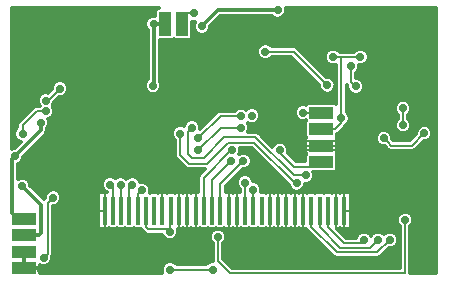
<source format=gbl>
G04 #@! TF.FileFunction,Copper,L2,Bot,Signal*
%FSLAX46Y46*%
G04 Gerber Fmt 4.6, Leading zero omitted, Abs format (unit mm)*
G04 Created by KiCad (PCBNEW (2016-04-26 BZR 6712, Git b92ad6f)-product) date 03/05/2016 22:11:21*
%MOMM*%
%LPD*%
G01*
G04 APERTURE LIST*
%ADD10C,0.100000*%
%ADD11R,2.000000X1.000000*%
%ADD12R,1.000000X2.000000*%
%ADD13R,0.400000X2.400000*%
%ADD14C,0.700000*%
%ADD15C,0.200000*%
%ADD16C,0.300000*%
G04 APERTURE END LIST*
D10*
D11*
X175500000Y-101700000D03*
X175500000Y-100300000D03*
X175500000Y-98900000D03*
X175500000Y-103100000D03*
D12*
X187500000Y-82400000D03*
X188900000Y-82400000D03*
D13*
X182350000Y-98200000D03*
X183050000Y-98200000D03*
X183750000Y-98200000D03*
X184450000Y-98200000D03*
X185150000Y-98200000D03*
X185850000Y-98200000D03*
X186550000Y-98200000D03*
X187250000Y-98200000D03*
X187950000Y-98200000D03*
X188650000Y-98200000D03*
X189350000Y-98200000D03*
X190050000Y-98200000D03*
X190750000Y-98200000D03*
X191450000Y-98200000D03*
X192150000Y-98200000D03*
X192850000Y-98200000D03*
X193550000Y-98200000D03*
X194250000Y-98200000D03*
X194950000Y-98200000D03*
X195650000Y-98200000D03*
X196350000Y-98200000D03*
X197050000Y-98200000D03*
X197750000Y-98200000D03*
X198450000Y-98200000D03*
X199150000Y-98200000D03*
X199850000Y-98200000D03*
X200550000Y-98200000D03*
X201250000Y-98200000D03*
X201950000Y-98200000D03*
X202650000Y-98200000D03*
D11*
X200700000Y-94100000D03*
X200700000Y-89916000D03*
X200700000Y-92700000D03*
X200700000Y-91300000D03*
D14*
X208525000Y-103100000D03*
X204875000Y-102625000D03*
X201475000Y-102525002D03*
X176475000Y-96200000D03*
X207650000Y-95125001D03*
X206900000Y-91799996D03*
X198050002Y-81250000D03*
X196052232Y-81996020D03*
X201200000Y-96400002D03*
X177000000Y-103200000D03*
X204900000Y-81400000D03*
X204599996Y-88900000D03*
X207850000Y-88400000D03*
X174800000Y-88000000D03*
X189500000Y-101200000D03*
X195900000Y-101600000D03*
X201700000Y-86400000D03*
X197200000Y-85900000D03*
X193200000Y-96500000D03*
X176800000Y-81400000D03*
X208200000Y-81400000D03*
X203900000Y-91100000D03*
X197000000Y-95600000D03*
X198200000Y-89900000D03*
X199400000Y-101300004D03*
X203300000Y-100300000D03*
X189900000Y-81500000D03*
X190600000Y-82600000D03*
X174750000Y-93625000D03*
X186436000Y-87630000D03*
X176950663Y-90750663D03*
X197000000Y-81250000D03*
X186500000Y-82400000D03*
X195950000Y-84750000D03*
X201200000Y-87600000D03*
X199390000Y-95224990D03*
X189738000Y-91186000D03*
X198625000Y-95900000D03*
X178562000Y-87884000D03*
X177400000Y-88900000D03*
X188722000Y-91694000D03*
X191500000Y-103199998D03*
X187900000Y-103200000D03*
X187900000Y-100000000D03*
X202400000Y-90400000D03*
X204000000Y-85200000D03*
X201700000Y-85200000D03*
X190300000Y-92100000D03*
X193900000Y-90200000D03*
X203600000Y-87700000D03*
X203200000Y-86000000D03*
X183700000Y-96000000D03*
X182800000Y-96000000D03*
X185491958Y-96473194D03*
X184700000Y-96000000D03*
X206500000Y-100700000D03*
X205500000Y-100700000D03*
X204300000Y-100699998D03*
X193130627Y-93106010D03*
X193089704Y-94005091D03*
X194108947Y-94008947D03*
X194237042Y-95847494D03*
X194928222Y-96423926D03*
X207621789Y-90981563D03*
X207621780Y-89546025D03*
X205981140Y-92084741D03*
X209429152Y-91650002D03*
X199136000Y-89916000D03*
X197200000Y-93100000D03*
X194818000Y-90170000D03*
X177400000Y-89800000D03*
X175400000Y-91700000D03*
X178000000Y-97100000D03*
X177200000Y-102200000D03*
X190300000Y-93100000D03*
X193900000Y-91200000D03*
X207800000Y-99000000D03*
X191950000Y-100450000D03*
X175375002Y-96125000D03*
D15*
X203300000Y-100300000D02*
X203649999Y-99950001D01*
X207650000Y-94850000D02*
X207650000Y-95125001D01*
X203900000Y-91100000D02*
X207650000Y-94850000D01*
X206550001Y-91449997D02*
X206900000Y-91799996D01*
X205994982Y-90894978D02*
X206550001Y-91449997D01*
X204599996Y-90894978D02*
X205994982Y-90894978D01*
X200600000Y-81400000D02*
X200450000Y-81250000D01*
X200450000Y-81250000D02*
X198544976Y-81250000D01*
X196402231Y-82346019D02*
X197448957Y-82346019D01*
X196052232Y-81996020D02*
X196402231Y-82346019D01*
X197448957Y-82346019D02*
X198050002Y-81744974D01*
X198050002Y-81744974D02*
X198050002Y-81250000D01*
X198544976Y-81250000D02*
X198050002Y-81250000D01*
X195702233Y-82346019D02*
X196052232Y-81996020D01*
X194900000Y-83148252D02*
X195702233Y-82346019D01*
X195600000Y-85900000D02*
X194900000Y-85200000D01*
X194900000Y-85200000D02*
X194900000Y-83148252D01*
X197200000Y-85900000D02*
X195600000Y-85900000D01*
X188650000Y-98200000D02*
X188650000Y-99750000D01*
X187250000Y-96650000D02*
X188700000Y-96650000D01*
X188700000Y-96650000D02*
X189350000Y-96650000D01*
X188650000Y-98200000D02*
X188650000Y-96700000D01*
X188650000Y-96700000D02*
X188700000Y-96650000D01*
X187250000Y-98200000D02*
X187250000Y-96650000D01*
X197200000Y-85900000D02*
X197694974Y-85900000D01*
X197694974Y-85900000D02*
X198200000Y-86405026D01*
X198200000Y-86405026D02*
X198200000Y-89405026D01*
X198200000Y-89405026D02*
X198200000Y-89900000D01*
X200600000Y-81400000D02*
X204900000Y-81400000D01*
X200600000Y-85794974D02*
X200600000Y-81400000D01*
X204900000Y-81400000D02*
X208200000Y-81400000D01*
X201700000Y-86400000D02*
X201205026Y-86400000D01*
X201205026Y-86400000D02*
X200600000Y-85794974D01*
X202300000Y-93100000D02*
X202650000Y-93450000D01*
X202650000Y-93450000D02*
X202650000Y-96650000D01*
X204599996Y-88900000D02*
X207550000Y-88900000D01*
X207550000Y-88900000D02*
X207850000Y-88600000D01*
X203900000Y-91100000D02*
X204394974Y-91100000D01*
X204599996Y-89394974D02*
X204599996Y-88900000D01*
X204394974Y-91100000D02*
X204599996Y-90894978D01*
X204599996Y-90894978D02*
X204599996Y-89394974D01*
X200700000Y-92700000D02*
X201100000Y-92300000D01*
X201100000Y-92300000D02*
X202700000Y-92300000D01*
X202700000Y-92300000D02*
X203900000Y-91100000D01*
X198200000Y-89900000D02*
X198200000Y-92000000D01*
X198200000Y-92000000D02*
X198500000Y-92300000D01*
X198500000Y-92300000D02*
X200300000Y-92300000D01*
X200300000Y-92300000D02*
X200700000Y-92700000D01*
X202600000Y-99800000D02*
X202800000Y-99800000D01*
X202800000Y-99800000D02*
X203300000Y-100300000D01*
X201950000Y-98200000D02*
X201950000Y-99600000D01*
X201950000Y-99600000D02*
X202150000Y-99800000D01*
X202600000Y-99800000D02*
X202650000Y-99750000D01*
X202150000Y-99800000D02*
X202600000Y-99800000D01*
X202650000Y-99750000D02*
X202650000Y-98200000D01*
X174800000Y-88000000D02*
X176300000Y-86500000D01*
X176300000Y-86500000D02*
X179200000Y-86500000D01*
X179200000Y-86500000D02*
X182149999Y-89449999D01*
X182350000Y-96650000D02*
X182350000Y-98200000D01*
X182149999Y-89449999D02*
X182149999Y-96449999D01*
X182149999Y-96449999D02*
X182350000Y-96650000D01*
X176800000Y-81400000D02*
X174800000Y-83400000D01*
X174800000Y-83400000D02*
X174800000Y-88000000D01*
X195500000Y-101200000D02*
X195900000Y-101600000D01*
X189350000Y-96650000D02*
X190050000Y-96650000D01*
X201200000Y-93100000D02*
X202300000Y-93100000D01*
X200700000Y-92700000D02*
X200800000Y-92700000D01*
X200800000Y-92700000D02*
X201200000Y-93100000D01*
X200300000Y-93100000D02*
X199200000Y-93100000D01*
X200700000Y-92700000D02*
X200300000Y-93100000D01*
X199500000Y-92700000D02*
X199200000Y-92700000D01*
X200700000Y-92700000D02*
X199500000Y-92700000D01*
X200700000Y-92700000D02*
X202300000Y-92700000D01*
X199399998Y-96400002D02*
X201200000Y-96400002D01*
X199150000Y-96650000D02*
X199399998Y-96400002D01*
X201700002Y-96400002D02*
X201200000Y-96400002D01*
X201950000Y-96650000D02*
X201700002Y-96400002D01*
D16*
X177000000Y-103100000D02*
X177000000Y-103200000D01*
X175500000Y-103100000D02*
X177000000Y-103100000D01*
X175500000Y-101700000D02*
X175500000Y-103100000D01*
D15*
X189350000Y-99750000D02*
X188650000Y-99750000D01*
X190050000Y-99750000D02*
X189350000Y-99750000D01*
X189350000Y-99750000D02*
X189500000Y-99900000D01*
X189500000Y-99900000D02*
X189500000Y-101200000D01*
X192850000Y-99750000D02*
X193550000Y-99750000D01*
X193550000Y-99750000D02*
X194050000Y-99750000D01*
X194050000Y-99750000D02*
X195900000Y-101600000D01*
X196350000Y-99750000D02*
X196350000Y-101150000D01*
X196350000Y-101150000D02*
X195900000Y-101600000D01*
X197050000Y-99750000D02*
X196350000Y-99750000D01*
X197750000Y-99750000D02*
X197050000Y-99750000D01*
X198450000Y-99750000D02*
X197750000Y-99750000D01*
X198450000Y-99750000D02*
X199150000Y-99750000D01*
X199150000Y-99750000D02*
X199400000Y-100000000D01*
X199400000Y-100000000D02*
X199400000Y-101300004D01*
X202650000Y-96650000D02*
X201950000Y-96650000D01*
X198450000Y-96650000D02*
X199150000Y-96650000D01*
X197750000Y-96650000D02*
X198450000Y-96650000D01*
X197050000Y-96650000D02*
X197750000Y-96650000D01*
X196350000Y-96650000D02*
X197050000Y-96650000D01*
X193550000Y-96650000D02*
X193350000Y-96650000D01*
X193350000Y-96650000D02*
X193200000Y-96500000D01*
X193200000Y-96500000D02*
X193050000Y-96650000D01*
X193050000Y-96650000D02*
X192850000Y-96650000D01*
X202650000Y-98200000D02*
X202650000Y-96650000D01*
X201950000Y-98200000D02*
X201950000Y-96650000D01*
X203050000Y-98200000D02*
X203300000Y-98200000D01*
X202650000Y-98200000D02*
X203050000Y-98200000D01*
X196350000Y-98200000D02*
X196350000Y-99750000D01*
X197050000Y-98200000D02*
X197050000Y-99750000D01*
X197750000Y-99750000D02*
X197800000Y-99800000D01*
X197750000Y-98200000D02*
X197750000Y-99750000D01*
X198450000Y-98200000D02*
X198450000Y-99750000D01*
X199150000Y-98200000D02*
X199150000Y-99750000D01*
X199150000Y-98200000D02*
X199150000Y-96650000D01*
X198450000Y-98200000D02*
X198450000Y-96650000D01*
X197750000Y-96650000D02*
X197800000Y-96600000D01*
X197750000Y-98200000D02*
X197750000Y-96650000D01*
X197050000Y-98200000D02*
X197050000Y-96650000D01*
X196350000Y-98200000D02*
X196350000Y-96650000D01*
X193550000Y-98200000D02*
X193550000Y-96650000D01*
X192850000Y-98200000D02*
X192850000Y-96650000D01*
X193550000Y-98200000D02*
X193550000Y-99750000D01*
X192850000Y-98200000D02*
X192850000Y-99750000D01*
X182350000Y-98200000D02*
X182350000Y-99750000D01*
X190050000Y-98200000D02*
X190050000Y-99750000D01*
X189350000Y-98200000D02*
X189350000Y-99750000D01*
X190050000Y-98200000D02*
X190050000Y-96650000D01*
X189350000Y-98200000D02*
X189350000Y-96650000D01*
X181950000Y-98200000D02*
X181400000Y-98200000D01*
X182350000Y-98200000D02*
X181950000Y-98200000D01*
X189300000Y-81500000D02*
X189900000Y-81500000D01*
X188900000Y-82400000D02*
X188900000Y-81900000D01*
X188900000Y-81900000D02*
X189300000Y-81500000D01*
D16*
X190949999Y-82250001D02*
X190600000Y-82600000D01*
X197000000Y-81250000D02*
X191950000Y-81250000D01*
X191950000Y-81250000D02*
X190949999Y-82250001D01*
X175500000Y-98900000D02*
X175000000Y-98900000D01*
X175000000Y-98900000D02*
X174550000Y-98450000D01*
X174550000Y-98450000D02*
X174550000Y-93825000D01*
X174550000Y-93825000D02*
X174750000Y-93625000D01*
X174750000Y-93625000D02*
X176950663Y-91424337D01*
X176950663Y-91424337D02*
X176950663Y-90750663D01*
X186500000Y-87566000D02*
X186436000Y-87630000D01*
X186500000Y-82400000D02*
X186500000Y-87566000D01*
X187500000Y-82400000D02*
X186500000Y-82400000D01*
D15*
X201200000Y-87600000D02*
X198350000Y-84750000D01*
X198350000Y-84750000D02*
X196444974Y-84750000D01*
X196444974Y-84750000D02*
X195950000Y-84750000D01*
X189388001Y-91535999D02*
X189388001Y-93376001D01*
X198348990Y-95224990D02*
X198895026Y-95224990D01*
X189388001Y-93376001D02*
X189762001Y-93750001D01*
X192493999Y-91986001D02*
X195110001Y-91986001D01*
X195110001Y-91986001D02*
X198348990Y-95224990D01*
X189762001Y-93750001D02*
X190729999Y-93750001D01*
X189738000Y-91186000D02*
X189388001Y-91535999D01*
X190729999Y-93750001D02*
X192493999Y-91986001D01*
X198895026Y-95224990D02*
X199390000Y-95224990D01*
X195006000Y-92456000D02*
X198450000Y-95900000D01*
X191008000Y-94234000D02*
X192786000Y-92456000D01*
X188722000Y-93472000D02*
X189484000Y-94234000D01*
X188722000Y-91694000D02*
X188722000Y-93472000D01*
X198450000Y-95900000D02*
X198625000Y-95900000D01*
X192786000Y-92456000D02*
X195006000Y-92456000D01*
X189484000Y-94234000D02*
X191008000Y-94234000D01*
X177400000Y-88900000D02*
X177546000Y-88900000D01*
X177546000Y-88900000D02*
X178562000Y-87884000D01*
X191499998Y-103200000D02*
X191500000Y-103199998D01*
X187900000Y-103200000D02*
X191499998Y-103200000D01*
X185850000Y-98200000D02*
X185850000Y-99600000D01*
X185850000Y-99600000D02*
X186050000Y-99800000D01*
X186050000Y-99800000D02*
X187700000Y-99800000D01*
X187700000Y-99800000D02*
X187900000Y-100000000D01*
X187900000Y-100000000D02*
X187900000Y-98250000D01*
X187900000Y-98250000D02*
X187950000Y-98200000D01*
X200700000Y-91300000D02*
X201900000Y-91300000D01*
X201900000Y-91300000D02*
X202400000Y-90800000D01*
X202400000Y-90800000D02*
X202400000Y-90400000D01*
X202400000Y-85200000D02*
X204000000Y-85200000D01*
X201700000Y-85200000D02*
X202400000Y-85200000D01*
X202400000Y-85200000D02*
X202400000Y-90400000D01*
X193900000Y-90200000D02*
X192200000Y-90200000D01*
X192200000Y-90200000D02*
X190300000Y-92100000D01*
X203200000Y-86000000D02*
X203200000Y-87300000D01*
X203200000Y-87300000D02*
X203600000Y-87700000D01*
X183750000Y-98200000D02*
X183750000Y-96050000D01*
X183750000Y-96050000D02*
X183700000Y-96000000D01*
X183050000Y-98200000D02*
X183050000Y-96250000D01*
X183050000Y-96250000D02*
X182800000Y-96000000D01*
X185150000Y-98200000D02*
X185150000Y-96815152D01*
X185150000Y-96815152D02*
X185491958Y-96473194D01*
X184450000Y-98200000D02*
X184450000Y-96250000D01*
X184450000Y-96250000D02*
X184700000Y-96000000D01*
X206500000Y-100700000D02*
X205449979Y-101750021D01*
X205449979Y-101750021D02*
X202000021Y-101750021D01*
X202000021Y-101750021D02*
X199850000Y-99600000D01*
X199850000Y-99600000D02*
X199850000Y-98200000D01*
X205500000Y-100700000D02*
X204849989Y-101350011D01*
X202300011Y-101350011D02*
X200550000Y-99600000D01*
X204849989Y-101350011D02*
X202300011Y-101350011D01*
X200550000Y-99600000D02*
X200550000Y-98200000D01*
X204049997Y-100950001D02*
X204300000Y-100699998D01*
X202600001Y-100950001D02*
X204049997Y-100950001D01*
X201250000Y-99600000D02*
X202600001Y-100950001D01*
X201250000Y-98200000D02*
X201250000Y-99600000D01*
X193055244Y-93106010D02*
X193130627Y-93106010D01*
X190750000Y-98200000D02*
X190750000Y-95411254D01*
X190750000Y-95411254D02*
X193055244Y-93106010D01*
X191450000Y-95644795D02*
X192739705Y-94355090D01*
X191450000Y-98200000D02*
X191450000Y-95644795D01*
X192739705Y-94355090D02*
X193089704Y-94005091D01*
X193758948Y-94358946D02*
X194108947Y-94008947D01*
X192150000Y-98200000D02*
X192150000Y-95967894D01*
X192150000Y-95967894D02*
X193758948Y-94358946D01*
X194250000Y-98200000D02*
X194250000Y-95860452D01*
X194250000Y-95860452D02*
X194237042Y-95847494D01*
X194950000Y-98200000D02*
X194950000Y-96445704D01*
X194950000Y-96445704D02*
X194928222Y-96423926D01*
X207621780Y-89546025D02*
X207621780Y-90981554D01*
X207621780Y-90981554D02*
X207621789Y-90981563D01*
X208379220Y-92699934D02*
X206596333Y-92699934D01*
X206596333Y-92699934D02*
X206331139Y-92434740D01*
X206331139Y-92434740D02*
X205981140Y-92084741D01*
X209429152Y-91650002D02*
X208379220Y-92699934D01*
X199136000Y-89916000D02*
X200700000Y-89916000D01*
X197200000Y-93100000D02*
X197200000Y-93300000D01*
X197200000Y-93300000D02*
X198400000Y-94500000D01*
X198400000Y-94500000D02*
X200300000Y-94500000D01*
X200300000Y-94500000D02*
X200700000Y-94100000D01*
X175400000Y-91700000D02*
X175400000Y-91000000D01*
X176600000Y-89800000D02*
X177400000Y-89800000D01*
X175400000Y-91000000D02*
X176600000Y-89800000D01*
X177550010Y-98100000D02*
X177550010Y-97549990D01*
X177550010Y-97549990D02*
X178000000Y-97100000D01*
X177550010Y-100527821D02*
X177550010Y-98100000D01*
X177200000Y-102200000D02*
X177550010Y-101849990D01*
X177550010Y-101849990D02*
X177550010Y-100527821D01*
X193900000Y-91200000D02*
X192200000Y-91200000D01*
X192200000Y-91200000D02*
X190300000Y-93100000D01*
X207799990Y-103500010D02*
X207800000Y-103500000D01*
X207800000Y-103500000D02*
X207800000Y-99000000D01*
X207174990Y-103500010D02*
X207799990Y-103500010D01*
X191950000Y-102500000D02*
X192950010Y-103500010D01*
X192950010Y-103500010D02*
X207174990Y-103500010D01*
X191950000Y-100450000D02*
X191950000Y-102500000D01*
D16*
X175725001Y-96474999D02*
X175375002Y-96125000D01*
X177000000Y-97749998D02*
X175725001Y-96474999D01*
X177000000Y-100100000D02*
X177000000Y-97749998D01*
X176800000Y-100300000D02*
X177000000Y-100100000D01*
X175500000Y-100300000D02*
X176800000Y-100300000D01*
G36*
X186863437Y-81070308D02*
X186747665Y-81147665D01*
X186670308Y-81263437D01*
X186643144Y-81400000D01*
X186643144Y-81701490D01*
X186639850Y-81700122D01*
X186361372Y-81699879D01*
X186104000Y-81806223D01*
X185906915Y-82002964D01*
X185800122Y-82260150D01*
X185799879Y-82538628D01*
X185906223Y-82796000D01*
X186000000Y-82889941D01*
X186000000Y-87076153D01*
X185842915Y-87232964D01*
X185736122Y-87490150D01*
X185735879Y-87768628D01*
X185842223Y-88026000D01*
X186038964Y-88223085D01*
X186296150Y-88329878D01*
X186574628Y-88330121D01*
X186832000Y-88223777D01*
X187029085Y-88027036D01*
X187135878Y-87769850D01*
X187136121Y-87491372D01*
X187029777Y-87234000D01*
X187000000Y-87204171D01*
X187000000Y-84888628D01*
X195249879Y-84888628D01*
X195356223Y-85146000D01*
X195552964Y-85343085D01*
X195810150Y-85449878D01*
X196088628Y-85450121D01*
X196346000Y-85343777D01*
X196490028Y-85200000D01*
X198163604Y-85200000D01*
X200500055Y-87536451D01*
X200499879Y-87738628D01*
X200606223Y-87996000D01*
X200802964Y-88193085D01*
X201060150Y-88299878D01*
X201338628Y-88300121D01*
X201596000Y-88193777D01*
X201793085Y-87997036D01*
X201899878Y-87739850D01*
X201900121Y-87461372D01*
X201793777Y-87204000D01*
X201597036Y-87006915D01*
X201339850Y-86900122D01*
X201136340Y-86899944D01*
X198668198Y-84431802D01*
X198522208Y-84334254D01*
X198350000Y-84300000D01*
X196489871Y-84300000D01*
X196347036Y-84156915D01*
X196089850Y-84050122D01*
X195811372Y-84049879D01*
X195554000Y-84156223D01*
X195356915Y-84352964D01*
X195250122Y-84610150D01*
X195249879Y-84888628D01*
X187000000Y-84888628D01*
X187000000Y-83756856D01*
X188000000Y-83756856D01*
X188136563Y-83729692D01*
X188200000Y-83687304D01*
X188263437Y-83729692D01*
X188400000Y-83756856D01*
X189400000Y-83756856D01*
X189536563Y-83729692D01*
X189652335Y-83652335D01*
X189729692Y-83536563D01*
X189756856Y-83400000D01*
X189756856Y-82198510D01*
X189760150Y-82199878D01*
X190009788Y-82200096D01*
X190006915Y-82202964D01*
X189900122Y-82460150D01*
X189899879Y-82738628D01*
X190006223Y-82996000D01*
X190202964Y-83193085D01*
X190460150Y-83299878D01*
X190738628Y-83300121D01*
X190996000Y-83193777D01*
X191193085Y-82997036D01*
X191299878Y-82739850D01*
X191299994Y-82607113D01*
X191303552Y-82603555D01*
X191303554Y-82603552D01*
X192157106Y-81750000D01*
X196510041Y-81750000D01*
X196602964Y-81843085D01*
X196860150Y-81949878D01*
X197138628Y-81950121D01*
X197396000Y-81843777D01*
X197593085Y-81647036D01*
X197699878Y-81389850D01*
X197700121Y-81111372D01*
X197674763Y-81050000D01*
X210450000Y-81050000D01*
X210450000Y-103450000D01*
X208250000Y-103450000D01*
X208250000Y-99539871D01*
X208393085Y-99397036D01*
X208499878Y-99139850D01*
X208500121Y-98861372D01*
X208393777Y-98604000D01*
X208197036Y-98406915D01*
X207939850Y-98300122D01*
X207661372Y-98299879D01*
X207404000Y-98406223D01*
X207206915Y-98602964D01*
X207100122Y-98860150D01*
X207099879Y-99138628D01*
X207206223Y-99396000D01*
X207350000Y-99540028D01*
X207350000Y-103050010D01*
X193136406Y-103050010D01*
X192400000Y-102313604D01*
X192400000Y-100989871D01*
X192543085Y-100847036D01*
X192649878Y-100589850D01*
X192650121Y-100311372D01*
X192543777Y-100054000D01*
X192347036Y-99856915D01*
X192106067Y-99756856D01*
X192350000Y-99756856D01*
X192486563Y-99729692D01*
X192500000Y-99720714D01*
X192513437Y-99729692D01*
X192650000Y-99756856D01*
X193050000Y-99756856D01*
X193186563Y-99729692D01*
X193200000Y-99720714D01*
X193213437Y-99729692D01*
X193350000Y-99756856D01*
X193750000Y-99756856D01*
X193886563Y-99729692D01*
X193900000Y-99720714D01*
X193913437Y-99729692D01*
X194050000Y-99756856D01*
X194450000Y-99756856D01*
X194586563Y-99729692D01*
X194600000Y-99720714D01*
X194613437Y-99729692D01*
X194750000Y-99756856D01*
X195150000Y-99756856D01*
X195286563Y-99729692D01*
X195300000Y-99720714D01*
X195313437Y-99729692D01*
X195450000Y-99756856D01*
X195850000Y-99756856D01*
X195986563Y-99729692D01*
X196000000Y-99720714D01*
X196013437Y-99729692D01*
X196150000Y-99756856D01*
X196550000Y-99756856D01*
X196686563Y-99729692D01*
X196700000Y-99720714D01*
X196713437Y-99729692D01*
X196850000Y-99756856D01*
X197250000Y-99756856D01*
X197386563Y-99729692D01*
X197400000Y-99720714D01*
X197413437Y-99729692D01*
X197550000Y-99756856D01*
X197950000Y-99756856D01*
X198086563Y-99729692D01*
X198100000Y-99720714D01*
X198113437Y-99729692D01*
X198250000Y-99756856D01*
X198650000Y-99756856D01*
X198786563Y-99729692D01*
X198800000Y-99720714D01*
X198813437Y-99729692D01*
X198950000Y-99756856D01*
X199350000Y-99756856D01*
X199428110Y-99741319D01*
X199434254Y-99772208D01*
X199493832Y-99861372D01*
X199531802Y-99918198D01*
X201681823Y-102068219D01*
X201827813Y-102165767D01*
X202000021Y-102200021D01*
X205449979Y-102200021D01*
X205622187Y-102165767D01*
X205768177Y-102068219D01*
X206436451Y-101399945D01*
X206638628Y-101400121D01*
X206896000Y-101293777D01*
X207093085Y-101097036D01*
X207199878Y-100839850D01*
X207200121Y-100561372D01*
X207093777Y-100304000D01*
X206897036Y-100106915D01*
X206639850Y-100000122D01*
X206361372Y-99999879D01*
X206104000Y-100106223D01*
X205999991Y-100210050D01*
X205897036Y-100106915D01*
X205639850Y-100000122D01*
X205361372Y-99999879D01*
X205104000Y-100106223D01*
X204906915Y-100302964D01*
X204900116Y-100319339D01*
X204893777Y-100303998D01*
X204697036Y-100106913D01*
X204439850Y-100000120D01*
X204161372Y-99999877D01*
X203904000Y-100106221D01*
X203706915Y-100302962D01*
X203625097Y-100500001D01*
X202786397Y-100500001D01*
X202043252Y-99756856D01*
X202150000Y-99756856D01*
X202286563Y-99729692D01*
X202300000Y-99720714D01*
X202313437Y-99729692D01*
X202450000Y-99756856D01*
X202850000Y-99756856D01*
X202986563Y-99729692D01*
X203102335Y-99652335D01*
X203179692Y-99536563D01*
X203206856Y-99400000D01*
X203206856Y-97000000D01*
X203179692Y-96863437D01*
X203102335Y-96747665D01*
X202986563Y-96670308D01*
X202850000Y-96643144D01*
X202450000Y-96643144D01*
X202313437Y-96670308D01*
X202300000Y-96679286D01*
X202286563Y-96670308D01*
X202150000Y-96643144D01*
X201750000Y-96643144D01*
X201613437Y-96670308D01*
X201600000Y-96679286D01*
X201586563Y-96670308D01*
X201450000Y-96643144D01*
X201050000Y-96643144D01*
X200913437Y-96670308D01*
X200900000Y-96679286D01*
X200886563Y-96670308D01*
X200750000Y-96643144D01*
X200350000Y-96643144D01*
X200213437Y-96670308D01*
X200200000Y-96679286D01*
X200186563Y-96670308D01*
X200050000Y-96643144D01*
X199650000Y-96643144D01*
X199513437Y-96670308D01*
X199500000Y-96679286D01*
X199486563Y-96670308D01*
X199350000Y-96643144D01*
X198950000Y-96643144D01*
X198813437Y-96670308D01*
X198800000Y-96679286D01*
X198786563Y-96670308D01*
X198650000Y-96643144D01*
X198250000Y-96643144D01*
X198113437Y-96670308D01*
X198100000Y-96679286D01*
X198086563Y-96670308D01*
X197950000Y-96643144D01*
X197550000Y-96643144D01*
X197413437Y-96670308D01*
X197400000Y-96679286D01*
X197386563Y-96670308D01*
X197250000Y-96643144D01*
X196850000Y-96643144D01*
X196713437Y-96670308D01*
X196700000Y-96679286D01*
X196686563Y-96670308D01*
X196550000Y-96643144D01*
X196150000Y-96643144D01*
X196013437Y-96670308D01*
X196000000Y-96679286D01*
X195986563Y-96670308D01*
X195850000Y-96643144D01*
X195595144Y-96643144D01*
X195628100Y-96563776D01*
X195628343Y-96285298D01*
X195521999Y-96027926D01*
X195325258Y-95830841D01*
X195068072Y-95724048D01*
X194937150Y-95723934D01*
X194937163Y-95708866D01*
X194830819Y-95451494D01*
X194634078Y-95254409D01*
X194376892Y-95147616D01*
X194098414Y-95147373D01*
X193841042Y-95253717D01*
X193643957Y-95450458D01*
X193537164Y-95707644D01*
X193536921Y-95986122D01*
X193643265Y-96243494D01*
X193800000Y-96400503D01*
X193800000Y-96653090D01*
X193750000Y-96643144D01*
X193350000Y-96643144D01*
X193213437Y-96670308D01*
X193200000Y-96679286D01*
X193186563Y-96670308D01*
X193050000Y-96643144D01*
X192650000Y-96643144D01*
X192600000Y-96653090D01*
X192600000Y-96154290D01*
X194045398Y-94708892D01*
X194247575Y-94709068D01*
X194504947Y-94602724D01*
X194702032Y-94405983D01*
X194808825Y-94148797D01*
X194809068Y-93870319D01*
X194702724Y-93612947D01*
X194505983Y-93415862D01*
X194248797Y-93309069D01*
X193970319Y-93308826D01*
X193769988Y-93391601D01*
X193830505Y-93245860D01*
X193830748Y-92967382D01*
X193805385Y-92906000D01*
X194819604Y-92906000D01*
X197924903Y-96011299D01*
X197924879Y-96038628D01*
X198031223Y-96296000D01*
X198227964Y-96493085D01*
X198485150Y-96599878D01*
X198763628Y-96600121D01*
X199021000Y-96493777D01*
X199218085Y-96297036D01*
X199324878Y-96039850D01*
X199324978Y-95924933D01*
X199528628Y-95925111D01*
X199786000Y-95818767D01*
X199983085Y-95622026D01*
X200089878Y-95364840D01*
X200090121Y-95086362D01*
X200036610Y-94956856D01*
X201700000Y-94956856D01*
X201836563Y-94929692D01*
X201952335Y-94852335D01*
X202029692Y-94736563D01*
X202056856Y-94600000D01*
X202056856Y-93600000D01*
X202029692Y-93463437D01*
X201987304Y-93400000D01*
X202029692Y-93336563D01*
X202056856Y-93200000D01*
X202056856Y-92219408D01*
X205301022Y-92219408D01*
X205404328Y-92469427D01*
X205595448Y-92660881D01*
X205845286Y-92764623D01*
X206053091Y-92764804D01*
X206292277Y-93003990D01*
X206431779Y-93097202D01*
X206596333Y-93129934D01*
X208379220Y-93129934D01*
X208543774Y-93097202D01*
X208683276Y-93003990D01*
X209357326Y-92329940D01*
X209563819Y-92330120D01*
X209813838Y-92226814D01*
X210005292Y-92035694D01*
X210109034Y-91785856D01*
X210109270Y-91515335D01*
X210005964Y-91265316D01*
X209814844Y-91073862D01*
X209565006Y-90970120D01*
X209294485Y-90969884D01*
X209044466Y-91073190D01*
X208853012Y-91264310D01*
X208749270Y-91514148D01*
X208749089Y-91721953D01*
X208201108Y-92269934D01*
X206774445Y-92269934D01*
X206661078Y-92156567D01*
X206661258Y-91950074D01*
X206557952Y-91700055D01*
X206366832Y-91508601D01*
X206116994Y-91404859D01*
X205846473Y-91404623D01*
X205596454Y-91507929D01*
X205405000Y-91699049D01*
X205301258Y-91948887D01*
X205301022Y-92219408D01*
X202056856Y-92219408D01*
X202056856Y-92200000D01*
X202029692Y-92063437D01*
X201987304Y-92000000D01*
X202029692Y-91936563D01*
X202056856Y-91800000D01*
X202056856Y-91718800D01*
X202072208Y-91715746D01*
X202218198Y-91618198D01*
X202718198Y-91118198D01*
X202739713Y-91085999D01*
X202812019Y-90977786D01*
X202993085Y-90797036D01*
X203099878Y-90539850D01*
X203100121Y-90261372D01*
X202993777Y-90004000D01*
X202850000Y-89859972D01*
X202850000Y-89680692D01*
X206941662Y-89680692D01*
X207044968Y-89930711D01*
X207191780Y-90077780D01*
X207191780Y-90449995D01*
X207045649Y-90595871D01*
X206941907Y-90845709D01*
X206941671Y-91116230D01*
X207044977Y-91366249D01*
X207236097Y-91557703D01*
X207485935Y-91661445D01*
X207756456Y-91661681D01*
X208006475Y-91558375D01*
X208197929Y-91367255D01*
X208301671Y-91117417D01*
X208301907Y-90846896D01*
X208198601Y-90596877D01*
X208051780Y-90449799D01*
X208051780Y-90077602D01*
X208197920Y-89931717D01*
X208301662Y-89681879D01*
X208301898Y-89411358D01*
X208198592Y-89161339D01*
X208007472Y-88969885D01*
X207757634Y-88866143D01*
X207487113Y-88865907D01*
X207237094Y-88969213D01*
X207045640Y-89160333D01*
X206941898Y-89410171D01*
X206941662Y-89680692D01*
X202850000Y-89680692D01*
X202850000Y-87570603D01*
X202881802Y-87618198D01*
X202900055Y-87636451D01*
X202899879Y-87838628D01*
X203006223Y-88096000D01*
X203202964Y-88293085D01*
X203460150Y-88399878D01*
X203738628Y-88400121D01*
X203996000Y-88293777D01*
X204193085Y-88097036D01*
X204299878Y-87839850D01*
X204300121Y-87561372D01*
X204193777Y-87304000D01*
X203997036Y-87106915D01*
X203739850Y-87000122D01*
X203650000Y-87000044D01*
X203650000Y-86539871D01*
X203793085Y-86397036D01*
X203899878Y-86139850D01*
X203900087Y-85899913D01*
X204138628Y-85900121D01*
X204396000Y-85793777D01*
X204593085Y-85597036D01*
X204699878Y-85339850D01*
X204700121Y-85061372D01*
X204593777Y-84804000D01*
X204397036Y-84606915D01*
X204139850Y-84500122D01*
X203861372Y-84499879D01*
X203604000Y-84606223D01*
X203459972Y-84750000D01*
X202239871Y-84750000D01*
X202097036Y-84606915D01*
X201839850Y-84500122D01*
X201561372Y-84499879D01*
X201304000Y-84606223D01*
X201106915Y-84802964D01*
X201000122Y-85060150D01*
X200999879Y-85338628D01*
X201106223Y-85596000D01*
X201302964Y-85793085D01*
X201560150Y-85899878D01*
X201838628Y-85900121D01*
X201950000Y-85854103D01*
X201950000Y-89162105D01*
X201836563Y-89086308D01*
X201700000Y-89059144D01*
X199700000Y-89059144D01*
X199563437Y-89086308D01*
X199447665Y-89163665D01*
X199382910Y-89260577D01*
X199275850Y-89216122D01*
X198997372Y-89215879D01*
X198740000Y-89322223D01*
X198542915Y-89518964D01*
X198436122Y-89776150D01*
X198435879Y-90054628D01*
X198542223Y-90312000D01*
X198738964Y-90509085D01*
X198996150Y-90615878D01*
X199274628Y-90616121D01*
X199382887Y-90571389D01*
X199407350Y-90608000D01*
X199370308Y-90663437D01*
X199343144Y-90800000D01*
X199343144Y-91800000D01*
X199370308Y-91936563D01*
X199412696Y-92000000D01*
X199370308Y-92063437D01*
X199343144Y-92200000D01*
X199343144Y-93200000D01*
X199370308Y-93336563D01*
X199412696Y-93400000D01*
X199370308Y-93463437D01*
X199343144Y-93600000D01*
X199343144Y-94050000D01*
X198586396Y-94050000D01*
X197863604Y-93327208D01*
X197899878Y-93239850D01*
X197900121Y-92961372D01*
X197793777Y-92704000D01*
X197597036Y-92506915D01*
X197339850Y-92400122D01*
X197061372Y-92399879D01*
X196804000Y-92506223D01*
X196606915Y-92702964D01*
X196564795Y-92804399D01*
X195428199Y-91667803D01*
X195353960Y-91618198D01*
X195282209Y-91570255D01*
X195110001Y-91536001D01*
X194518429Y-91536001D01*
X194599878Y-91339850D01*
X194600121Y-91061372D01*
X194493777Y-90804000D01*
X194475567Y-90785758D01*
X194678150Y-90869878D01*
X194956628Y-90870121D01*
X195214000Y-90763777D01*
X195411085Y-90567036D01*
X195517878Y-90309850D01*
X195518121Y-90031372D01*
X195411777Y-89774000D01*
X195215036Y-89576915D01*
X194957850Y-89470122D01*
X194679372Y-89469879D01*
X194422000Y-89576223D01*
X194344063Y-89654024D01*
X194297036Y-89606915D01*
X194039850Y-89500122D01*
X193761372Y-89499879D01*
X193504000Y-89606223D01*
X193359972Y-89750000D01*
X192200000Y-89750000D01*
X192027792Y-89784254D01*
X191993878Y-89806915D01*
X191881802Y-89881802D01*
X190437878Y-91325726D01*
X190438121Y-91047372D01*
X190331777Y-90790000D01*
X190135036Y-90592915D01*
X189877850Y-90486122D01*
X189599372Y-90485879D01*
X189342000Y-90592223D01*
X189144915Y-90788964D01*
X189038122Y-91046150D01*
X189038104Y-91067309D01*
X188861850Y-90994122D01*
X188583372Y-90993879D01*
X188326000Y-91100223D01*
X188128915Y-91296964D01*
X188022122Y-91554150D01*
X188021879Y-91832628D01*
X188128223Y-92090000D01*
X188272000Y-92234028D01*
X188272000Y-93472000D01*
X188306254Y-93644208D01*
X188386865Y-93764850D01*
X188403802Y-93790198D01*
X189165802Y-94552198D01*
X189311792Y-94649746D01*
X189484000Y-94684000D01*
X190840858Y-94684000D01*
X190431802Y-95093056D01*
X190334254Y-95239046D01*
X190300000Y-95411254D01*
X190300000Y-96653090D01*
X190250000Y-96643144D01*
X189850000Y-96643144D01*
X189713437Y-96670308D01*
X189700000Y-96679286D01*
X189686563Y-96670308D01*
X189550000Y-96643144D01*
X189150000Y-96643144D01*
X189013437Y-96670308D01*
X189000000Y-96679286D01*
X188986563Y-96670308D01*
X188850000Y-96643144D01*
X188450000Y-96643144D01*
X188313437Y-96670308D01*
X188300000Y-96679286D01*
X188286563Y-96670308D01*
X188150000Y-96643144D01*
X187750000Y-96643144D01*
X187613437Y-96670308D01*
X187600000Y-96679286D01*
X187586563Y-96670308D01*
X187450000Y-96643144D01*
X187050000Y-96643144D01*
X186913437Y-96670308D01*
X186900000Y-96679286D01*
X186886563Y-96670308D01*
X186750000Y-96643144D01*
X186350000Y-96643144D01*
X186213437Y-96670308D01*
X186200000Y-96679286D01*
X186186563Y-96670308D01*
X186169470Y-96666908D01*
X186191836Y-96613044D01*
X186192079Y-96334566D01*
X186085735Y-96077194D01*
X185888994Y-95880109D01*
X185631808Y-95773316D01*
X185363640Y-95773082D01*
X185293777Y-95604000D01*
X185097036Y-95406915D01*
X184839850Y-95300122D01*
X184561372Y-95299879D01*
X184304000Y-95406223D01*
X184199991Y-95510050D01*
X184097036Y-95406915D01*
X183839850Y-95300122D01*
X183561372Y-95299879D01*
X183304000Y-95406223D01*
X183250079Y-95460050D01*
X183197036Y-95406915D01*
X182939850Y-95300122D01*
X182661372Y-95299879D01*
X182404000Y-95406223D01*
X182206915Y-95602964D01*
X182100122Y-95860150D01*
X182099879Y-96138628D01*
X182206223Y-96396000D01*
X182402964Y-96593085D01*
X182523519Y-96643144D01*
X182150000Y-96643144D01*
X182013437Y-96670308D01*
X181897665Y-96747665D01*
X181820308Y-96863437D01*
X181793144Y-97000000D01*
X181793144Y-99400000D01*
X181820308Y-99536563D01*
X181897665Y-99652335D01*
X182013437Y-99729692D01*
X182150000Y-99756856D01*
X182550000Y-99756856D01*
X182686563Y-99729692D01*
X182700000Y-99720714D01*
X182713437Y-99729692D01*
X182850000Y-99756856D01*
X183250000Y-99756856D01*
X183386563Y-99729692D01*
X183400000Y-99720714D01*
X183413437Y-99729692D01*
X183550000Y-99756856D01*
X183950000Y-99756856D01*
X184086563Y-99729692D01*
X184100000Y-99720714D01*
X184113437Y-99729692D01*
X184250000Y-99756856D01*
X184650000Y-99756856D01*
X184786563Y-99729692D01*
X184800000Y-99720714D01*
X184813437Y-99729692D01*
X184950000Y-99756856D01*
X185350000Y-99756856D01*
X185428110Y-99741319D01*
X185434254Y-99772208D01*
X185493832Y-99861372D01*
X185531802Y-99918198D01*
X185731802Y-100118198D01*
X185877792Y-100215746D01*
X186050000Y-100250000D01*
X187245897Y-100250000D01*
X187306223Y-100396000D01*
X187502964Y-100593085D01*
X187760150Y-100699878D01*
X188038628Y-100700121D01*
X188296000Y-100593777D01*
X188493085Y-100397036D01*
X188599878Y-100139850D01*
X188600121Y-99861372D01*
X188556936Y-99756856D01*
X188850000Y-99756856D01*
X188986563Y-99729692D01*
X189000000Y-99720714D01*
X189013437Y-99729692D01*
X189150000Y-99756856D01*
X189550000Y-99756856D01*
X189686563Y-99729692D01*
X189700000Y-99720714D01*
X189713437Y-99729692D01*
X189850000Y-99756856D01*
X190250000Y-99756856D01*
X190386563Y-99729692D01*
X190400000Y-99720714D01*
X190413437Y-99729692D01*
X190550000Y-99756856D01*
X190950000Y-99756856D01*
X191086563Y-99729692D01*
X191100000Y-99720714D01*
X191113437Y-99729692D01*
X191250000Y-99756856D01*
X191650000Y-99756856D01*
X191786563Y-99729692D01*
X191800000Y-99720714D01*
X191813437Y-99729692D01*
X191915380Y-99749970D01*
X191811372Y-99749879D01*
X191554000Y-99856223D01*
X191356915Y-100052964D01*
X191250122Y-100310150D01*
X191249879Y-100588628D01*
X191356223Y-100846000D01*
X191500000Y-100990028D01*
X191500000Y-102499998D01*
X191361372Y-102499877D01*
X191104000Y-102606221D01*
X190959970Y-102750000D01*
X188439871Y-102750000D01*
X188297036Y-102606915D01*
X188039850Y-102500122D01*
X187761372Y-102499879D01*
X187504000Y-102606223D01*
X187306915Y-102802964D01*
X187200122Y-103060150D01*
X187199879Y-103338628D01*
X187245897Y-103450000D01*
X176856856Y-103450000D01*
X176856856Y-102815463D01*
X177060150Y-102899878D01*
X177338628Y-102900121D01*
X177596000Y-102793777D01*
X177793085Y-102597036D01*
X177899878Y-102339850D01*
X177900069Y-102120504D01*
X177924291Y-102084254D01*
X177965756Y-102022198D01*
X178000010Y-101849990D01*
X178000010Y-97800000D01*
X178138628Y-97800121D01*
X178396000Y-97693777D01*
X178593085Y-97497036D01*
X178699878Y-97239850D01*
X178700121Y-96961372D01*
X178593777Y-96704000D01*
X178397036Y-96506915D01*
X178139850Y-96400122D01*
X177861372Y-96399879D01*
X177604000Y-96506223D01*
X177406915Y-96702964D01*
X177300122Y-96960150D01*
X177299944Y-97163660D01*
X177231812Y-97231792D01*
X177214624Y-97257516D01*
X176078556Y-96121448D01*
X176078554Y-96121445D01*
X176075008Y-96117899D01*
X176075123Y-95986372D01*
X175968779Y-95729000D01*
X175772038Y-95531915D01*
X175514852Y-95425122D01*
X175236374Y-95424879D01*
X175050000Y-95501887D01*
X175050000Y-94258443D01*
X175146000Y-94218777D01*
X175343085Y-94022036D01*
X175449878Y-93764850D01*
X175449994Y-93632112D01*
X177304216Y-91777891D01*
X177412603Y-91615679D01*
X177424135Y-91557703D01*
X177450663Y-91424337D01*
X177450663Y-91240622D01*
X177543748Y-91147699D01*
X177650541Y-90890513D01*
X177650784Y-90612035D01*
X177594930Y-90476858D01*
X177796000Y-90393777D01*
X177993085Y-90197036D01*
X178099878Y-89939850D01*
X178100121Y-89661372D01*
X177993777Y-89404000D01*
X177939950Y-89350079D01*
X177993085Y-89297036D01*
X178099878Y-89039850D01*
X178099928Y-88982468D01*
X178498451Y-88583945D01*
X178700628Y-88584121D01*
X178958000Y-88477777D01*
X179155085Y-88281036D01*
X179261878Y-88023850D01*
X179262121Y-87745372D01*
X179155777Y-87488000D01*
X178959036Y-87290915D01*
X178701850Y-87184122D01*
X178423372Y-87183879D01*
X178166000Y-87290223D01*
X177968915Y-87486964D01*
X177862122Y-87744150D01*
X177861944Y-87947660D01*
X177589052Y-88220552D01*
X177539850Y-88200122D01*
X177261372Y-88199879D01*
X177004000Y-88306223D01*
X176806915Y-88502964D01*
X176700122Y-88760150D01*
X176699879Y-89038628D01*
X176806223Y-89296000D01*
X176860050Y-89349921D01*
X176859972Y-89350000D01*
X176600000Y-89350000D01*
X176427792Y-89384254D01*
X176281802Y-89481802D01*
X175081802Y-90681802D01*
X174984254Y-90827792D01*
X174950000Y-91000000D01*
X174950000Y-91160129D01*
X174806915Y-91302964D01*
X174700122Y-91560150D01*
X174699879Y-91838628D01*
X174806223Y-92096000D01*
X175002964Y-92293085D01*
X175260150Y-92399878D01*
X175268009Y-92399885D01*
X174742900Y-92924994D01*
X174611372Y-92924879D01*
X174550000Y-92950237D01*
X174550000Y-81050000D01*
X186965532Y-81050000D01*
X186863437Y-81070308D01*
X186863437Y-81070308D01*
G37*
X186863437Y-81070308D02*
X186747665Y-81147665D01*
X186670308Y-81263437D01*
X186643144Y-81400000D01*
X186643144Y-81701490D01*
X186639850Y-81700122D01*
X186361372Y-81699879D01*
X186104000Y-81806223D01*
X185906915Y-82002964D01*
X185800122Y-82260150D01*
X185799879Y-82538628D01*
X185906223Y-82796000D01*
X186000000Y-82889941D01*
X186000000Y-87076153D01*
X185842915Y-87232964D01*
X185736122Y-87490150D01*
X185735879Y-87768628D01*
X185842223Y-88026000D01*
X186038964Y-88223085D01*
X186296150Y-88329878D01*
X186574628Y-88330121D01*
X186832000Y-88223777D01*
X187029085Y-88027036D01*
X187135878Y-87769850D01*
X187136121Y-87491372D01*
X187029777Y-87234000D01*
X187000000Y-87204171D01*
X187000000Y-84888628D01*
X195249879Y-84888628D01*
X195356223Y-85146000D01*
X195552964Y-85343085D01*
X195810150Y-85449878D01*
X196088628Y-85450121D01*
X196346000Y-85343777D01*
X196490028Y-85200000D01*
X198163604Y-85200000D01*
X200500055Y-87536451D01*
X200499879Y-87738628D01*
X200606223Y-87996000D01*
X200802964Y-88193085D01*
X201060150Y-88299878D01*
X201338628Y-88300121D01*
X201596000Y-88193777D01*
X201793085Y-87997036D01*
X201899878Y-87739850D01*
X201900121Y-87461372D01*
X201793777Y-87204000D01*
X201597036Y-87006915D01*
X201339850Y-86900122D01*
X201136340Y-86899944D01*
X198668198Y-84431802D01*
X198522208Y-84334254D01*
X198350000Y-84300000D01*
X196489871Y-84300000D01*
X196347036Y-84156915D01*
X196089850Y-84050122D01*
X195811372Y-84049879D01*
X195554000Y-84156223D01*
X195356915Y-84352964D01*
X195250122Y-84610150D01*
X195249879Y-84888628D01*
X187000000Y-84888628D01*
X187000000Y-83756856D01*
X188000000Y-83756856D01*
X188136563Y-83729692D01*
X188200000Y-83687304D01*
X188263437Y-83729692D01*
X188400000Y-83756856D01*
X189400000Y-83756856D01*
X189536563Y-83729692D01*
X189652335Y-83652335D01*
X189729692Y-83536563D01*
X189756856Y-83400000D01*
X189756856Y-82198510D01*
X189760150Y-82199878D01*
X190009788Y-82200096D01*
X190006915Y-82202964D01*
X189900122Y-82460150D01*
X189899879Y-82738628D01*
X190006223Y-82996000D01*
X190202964Y-83193085D01*
X190460150Y-83299878D01*
X190738628Y-83300121D01*
X190996000Y-83193777D01*
X191193085Y-82997036D01*
X191299878Y-82739850D01*
X191299994Y-82607113D01*
X191303552Y-82603555D01*
X191303554Y-82603552D01*
X192157106Y-81750000D01*
X196510041Y-81750000D01*
X196602964Y-81843085D01*
X196860150Y-81949878D01*
X197138628Y-81950121D01*
X197396000Y-81843777D01*
X197593085Y-81647036D01*
X197699878Y-81389850D01*
X197700121Y-81111372D01*
X197674763Y-81050000D01*
X210450000Y-81050000D01*
X210450000Y-103450000D01*
X208250000Y-103450000D01*
X208250000Y-99539871D01*
X208393085Y-99397036D01*
X208499878Y-99139850D01*
X208500121Y-98861372D01*
X208393777Y-98604000D01*
X208197036Y-98406915D01*
X207939850Y-98300122D01*
X207661372Y-98299879D01*
X207404000Y-98406223D01*
X207206915Y-98602964D01*
X207100122Y-98860150D01*
X207099879Y-99138628D01*
X207206223Y-99396000D01*
X207350000Y-99540028D01*
X207350000Y-103050010D01*
X193136406Y-103050010D01*
X192400000Y-102313604D01*
X192400000Y-100989871D01*
X192543085Y-100847036D01*
X192649878Y-100589850D01*
X192650121Y-100311372D01*
X192543777Y-100054000D01*
X192347036Y-99856915D01*
X192106067Y-99756856D01*
X192350000Y-99756856D01*
X192486563Y-99729692D01*
X192500000Y-99720714D01*
X192513437Y-99729692D01*
X192650000Y-99756856D01*
X193050000Y-99756856D01*
X193186563Y-99729692D01*
X193200000Y-99720714D01*
X193213437Y-99729692D01*
X193350000Y-99756856D01*
X193750000Y-99756856D01*
X193886563Y-99729692D01*
X193900000Y-99720714D01*
X193913437Y-99729692D01*
X194050000Y-99756856D01*
X194450000Y-99756856D01*
X194586563Y-99729692D01*
X194600000Y-99720714D01*
X194613437Y-99729692D01*
X194750000Y-99756856D01*
X195150000Y-99756856D01*
X195286563Y-99729692D01*
X195300000Y-99720714D01*
X195313437Y-99729692D01*
X195450000Y-99756856D01*
X195850000Y-99756856D01*
X195986563Y-99729692D01*
X196000000Y-99720714D01*
X196013437Y-99729692D01*
X196150000Y-99756856D01*
X196550000Y-99756856D01*
X196686563Y-99729692D01*
X196700000Y-99720714D01*
X196713437Y-99729692D01*
X196850000Y-99756856D01*
X197250000Y-99756856D01*
X197386563Y-99729692D01*
X197400000Y-99720714D01*
X197413437Y-99729692D01*
X197550000Y-99756856D01*
X197950000Y-99756856D01*
X198086563Y-99729692D01*
X198100000Y-99720714D01*
X198113437Y-99729692D01*
X198250000Y-99756856D01*
X198650000Y-99756856D01*
X198786563Y-99729692D01*
X198800000Y-99720714D01*
X198813437Y-99729692D01*
X198950000Y-99756856D01*
X199350000Y-99756856D01*
X199428110Y-99741319D01*
X199434254Y-99772208D01*
X199493832Y-99861372D01*
X199531802Y-99918198D01*
X201681823Y-102068219D01*
X201827813Y-102165767D01*
X202000021Y-102200021D01*
X205449979Y-102200021D01*
X205622187Y-102165767D01*
X205768177Y-102068219D01*
X206436451Y-101399945D01*
X206638628Y-101400121D01*
X206896000Y-101293777D01*
X207093085Y-101097036D01*
X207199878Y-100839850D01*
X207200121Y-100561372D01*
X207093777Y-100304000D01*
X206897036Y-100106915D01*
X206639850Y-100000122D01*
X206361372Y-99999879D01*
X206104000Y-100106223D01*
X205999991Y-100210050D01*
X205897036Y-100106915D01*
X205639850Y-100000122D01*
X205361372Y-99999879D01*
X205104000Y-100106223D01*
X204906915Y-100302964D01*
X204900116Y-100319339D01*
X204893777Y-100303998D01*
X204697036Y-100106913D01*
X204439850Y-100000120D01*
X204161372Y-99999877D01*
X203904000Y-100106221D01*
X203706915Y-100302962D01*
X203625097Y-100500001D01*
X202786397Y-100500001D01*
X202043252Y-99756856D01*
X202150000Y-99756856D01*
X202286563Y-99729692D01*
X202300000Y-99720714D01*
X202313437Y-99729692D01*
X202450000Y-99756856D01*
X202850000Y-99756856D01*
X202986563Y-99729692D01*
X203102335Y-99652335D01*
X203179692Y-99536563D01*
X203206856Y-99400000D01*
X203206856Y-97000000D01*
X203179692Y-96863437D01*
X203102335Y-96747665D01*
X202986563Y-96670308D01*
X202850000Y-96643144D01*
X202450000Y-96643144D01*
X202313437Y-96670308D01*
X202300000Y-96679286D01*
X202286563Y-96670308D01*
X202150000Y-96643144D01*
X201750000Y-96643144D01*
X201613437Y-96670308D01*
X201600000Y-96679286D01*
X201586563Y-96670308D01*
X201450000Y-96643144D01*
X201050000Y-96643144D01*
X200913437Y-96670308D01*
X200900000Y-96679286D01*
X200886563Y-96670308D01*
X200750000Y-96643144D01*
X200350000Y-96643144D01*
X200213437Y-96670308D01*
X200200000Y-96679286D01*
X200186563Y-96670308D01*
X200050000Y-96643144D01*
X199650000Y-96643144D01*
X199513437Y-96670308D01*
X199500000Y-96679286D01*
X199486563Y-96670308D01*
X199350000Y-96643144D01*
X198950000Y-96643144D01*
X198813437Y-96670308D01*
X198800000Y-96679286D01*
X198786563Y-96670308D01*
X198650000Y-96643144D01*
X198250000Y-96643144D01*
X198113437Y-96670308D01*
X198100000Y-96679286D01*
X198086563Y-96670308D01*
X197950000Y-96643144D01*
X197550000Y-96643144D01*
X197413437Y-96670308D01*
X197400000Y-96679286D01*
X197386563Y-96670308D01*
X197250000Y-96643144D01*
X196850000Y-96643144D01*
X196713437Y-96670308D01*
X196700000Y-96679286D01*
X196686563Y-96670308D01*
X196550000Y-96643144D01*
X196150000Y-96643144D01*
X196013437Y-96670308D01*
X196000000Y-96679286D01*
X195986563Y-96670308D01*
X195850000Y-96643144D01*
X195595144Y-96643144D01*
X195628100Y-96563776D01*
X195628343Y-96285298D01*
X195521999Y-96027926D01*
X195325258Y-95830841D01*
X195068072Y-95724048D01*
X194937150Y-95723934D01*
X194937163Y-95708866D01*
X194830819Y-95451494D01*
X194634078Y-95254409D01*
X194376892Y-95147616D01*
X194098414Y-95147373D01*
X193841042Y-95253717D01*
X193643957Y-95450458D01*
X193537164Y-95707644D01*
X193536921Y-95986122D01*
X193643265Y-96243494D01*
X193800000Y-96400503D01*
X193800000Y-96653090D01*
X193750000Y-96643144D01*
X193350000Y-96643144D01*
X193213437Y-96670308D01*
X193200000Y-96679286D01*
X193186563Y-96670308D01*
X193050000Y-96643144D01*
X192650000Y-96643144D01*
X192600000Y-96653090D01*
X192600000Y-96154290D01*
X194045398Y-94708892D01*
X194247575Y-94709068D01*
X194504947Y-94602724D01*
X194702032Y-94405983D01*
X194808825Y-94148797D01*
X194809068Y-93870319D01*
X194702724Y-93612947D01*
X194505983Y-93415862D01*
X194248797Y-93309069D01*
X193970319Y-93308826D01*
X193769988Y-93391601D01*
X193830505Y-93245860D01*
X193830748Y-92967382D01*
X193805385Y-92906000D01*
X194819604Y-92906000D01*
X197924903Y-96011299D01*
X197924879Y-96038628D01*
X198031223Y-96296000D01*
X198227964Y-96493085D01*
X198485150Y-96599878D01*
X198763628Y-96600121D01*
X199021000Y-96493777D01*
X199218085Y-96297036D01*
X199324878Y-96039850D01*
X199324978Y-95924933D01*
X199528628Y-95925111D01*
X199786000Y-95818767D01*
X199983085Y-95622026D01*
X200089878Y-95364840D01*
X200090121Y-95086362D01*
X200036610Y-94956856D01*
X201700000Y-94956856D01*
X201836563Y-94929692D01*
X201952335Y-94852335D01*
X202029692Y-94736563D01*
X202056856Y-94600000D01*
X202056856Y-93600000D01*
X202029692Y-93463437D01*
X201987304Y-93400000D01*
X202029692Y-93336563D01*
X202056856Y-93200000D01*
X202056856Y-92219408D01*
X205301022Y-92219408D01*
X205404328Y-92469427D01*
X205595448Y-92660881D01*
X205845286Y-92764623D01*
X206053091Y-92764804D01*
X206292277Y-93003990D01*
X206431779Y-93097202D01*
X206596333Y-93129934D01*
X208379220Y-93129934D01*
X208543774Y-93097202D01*
X208683276Y-93003990D01*
X209357326Y-92329940D01*
X209563819Y-92330120D01*
X209813838Y-92226814D01*
X210005292Y-92035694D01*
X210109034Y-91785856D01*
X210109270Y-91515335D01*
X210005964Y-91265316D01*
X209814844Y-91073862D01*
X209565006Y-90970120D01*
X209294485Y-90969884D01*
X209044466Y-91073190D01*
X208853012Y-91264310D01*
X208749270Y-91514148D01*
X208749089Y-91721953D01*
X208201108Y-92269934D01*
X206774445Y-92269934D01*
X206661078Y-92156567D01*
X206661258Y-91950074D01*
X206557952Y-91700055D01*
X206366832Y-91508601D01*
X206116994Y-91404859D01*
X205846473Y-91404623D01*
X205596454Y-91507929D01*
X205405000Y-91699049D01*
X205301258Y-91948887D01*
X205301022Y-92219408D01*
X202056856Y-92219408D01*
X202056856Y-92200000D01*
X202029692Y-92063437D01*
X201987304Y-92000000D01*
X202029692Y-91936563D01*
X202056856Y-91800000D01*
X202056856Y-91718800D01*
X202072208Y-91715746D01*
X202218198Y-91618198D01*
X202718198Y-91118198D01*
X202739713Y-91085999D01*
X202812019Y-90977786D01*
X202993085Y-90797036D01*
X203099878Y-90539850D01*
X203100121Y-90261372D01*
X202993777Y-90004000D01*
X202850000Y-89859972D01*
X202850000Y-89680692D01*
X206941662Y-89680692D01*
X207044968Y-89930711D01*
X207191780Y-90077780D01*
X207191780Y-90449995D01*
X207045649Y-90595871D01*
X206941907Y-90845709D01*
X206941671Y-91116230D01*
X207044977Y-91366249D01*
X207236097Y-91557703D01*
X207485935Y-91661445D01*
X207756456Y-91661681D01*
X208006475Y-91558375D01*
X208197929Y-91367255D01*
X208301671Y-91117417D01*
X208301907Y-90846896D01*
X208198601Y-90596877D01*
X208051780Y-90449799D01*
X208051780Y-90077602D01*
X208197920Y-89931717D01*
X208301662Y-89681879D01*
X208301898Y-89411358D01*
X208198592Y-89161339D01*
X208007472Y-88969885D01*
X207757634Y-88866143D01*
X207487113Y-88865907D01*
X207237094Y-88969213D01*
X207045640Y-89160333D01*
X206941898Y-89410171D01*
X206941662Y-89680692D01*
X202850000Y-89680692D01*
X202850000Y-87570603D01*
X202881802Y-87618198D01*
X202900055Y-87636451D01*
X202899879Y-87838628D01*
X203006223Y-88096000D01*
X203202964Y-88293085D01*
X203460150Y-88399878D01*
X203738628Y-88400121D01*
X203996000Y-88293777D01*
X204193085Y-88097036D01*
X204299878Y-87839850D01*
X204300121Y-87561372D01*
X204193777Y-87304000D01*
X203997036Y-87106915D01*
X203739850Y-87000122D01*
X203650000Y-87000044D01*
X203650000Y-86539871D01*
X203793085Y-86397036D01*
X203899878Y-86139850D01*
X203900087Y-85899913D01*
X204138628Y-85900121D01*
X204396000Y-85793777D01*
X204593085Y-85597036D01*
X204699878Y-85339850D01*
X204700121Y-85061372D01*
X204593777Y-84804000D01*
X204397036Y-84606915D01*
X204139850Y-84500122D01*
X203861372Y-84499879D01*
X203604000Y-84606223D01*
X203459972Y-84750000D01*
X202239871Y-84750000D01*
X202097036Y-84606915D01*
X201839850Y-84500122D01*
X201561372Y-84499879D01*
X201304000Y-84606223D01*
X201106915Y-84802964D01*
X201000122Y-85060150D01*
X200999879Y-85338628D01*
X201106223Y-85596000D01*
X201302964Y-85793085D01*
X201560150Y-85899878D01*
X201838628Y-85900121D01*
X201950000Y-85854103D01*
X201950000Y-89162105D01*
X201836563Y-89086308D01*
X201700000Y-89059144D01*
X199700000Y-89059144D01*
X199563437Y-89086308D01*
X199447665Y-89163665D01*
X199382910Y-89260577D01*
X199275850Y-89216122D01*
X198997372Y-89215879D01*
X198740000Y-89322223D01*
X198542915Y-89518964D01*
X198436122Y-89776150D01*
X198435879Y-90054628D01*
X198542223Y-90312000D01*
X198738964Y-90509085D01*
X198996150Y-90615878D01*
X199274628Y-90616121D01*
X199382887Y-90571389D01*
X199407350Y-90608000D01*
X199370308Y-90663437D01*
X199343144Y-90800000D01*
X199343144Y-91800000D01*
X199370308Y-91936563D01*
X199412696Y-92000000D01*
X199370308Y-92063437D01*
X199343144Y-92200000D01*
X199343144Y-93200000D01*
X199370308Y-93336563D01*
X199412696Y-93400000D01*
X199370308Y-93463437D01*
X199343144Y-93600000D01*
X199343144Y-94050000D01*
X198586396Y-94050000D01*
X197863604Y-93327208D01*
X197899878Y-93239850D01*
X197900121Y-92961372D01*
X197793777Y-92704000D01*
X197597036Y-92506915D01*
X197339850Y-92400122D01*
X197061372Y-92399879D01*
X196804000Y-92506223D01*
X196606915Y-92702964D01*
X196564795Y-92804399D01*
X195428199Y-91667803D01*
X195353960Y-91618198D01*
X195282209Y-91570255D01*
X195110001Y-91536001D01*
X194518429Y-91536001D01*
X194599878Y-91339850D01*
X194600121Y-91061372D01*
X194493777Y-90804000D01*
X194475567Y-90785758D01*
X194678150Y-90869878D01*
X194956628Y-90870121D01*
X195214000Y-90763777D01*
X195411085Y-90567036D01*
X195517878Y-90309850D01*
X195518121Y-90031372D01*
X195411777Y-89774000D01*
X195215036Y-89576915D01*
X194957850Y-89470122D01*
X194679372Y-89469879D01*
X194422000Y-89576223D01*
X194344063Y-89654024D01*
X194297036Y-89606915D01*
X194039850Y-89500122D01*
X193761372Y-89499879D01*
X193504000Y-89606223D01*
X193359972Y-89750000D01*
X192200000Y-89750000D01*
X192027792Y-89784254D01*
X191993878Y-89806915D01*
X191881802Y-89881802D01*
X190437878Y-91325726D01*
X190438121Y-91047372D01*
X190331777Y-90790000D01*
X190135036Y-90592915D01*
X189877850Y-90486122D01*
X189599372Y-90485879D01*
X189342000Y-90592223D01*
X189144915Y-90788964D01*
X189038122Y-91046150D01*
X189038104Y-91067309D01*
X188861850Y-90994122D01*
X188583372Y-90993879D01*
X188326000Y-91100223D01*
X188128915Y-91296964D01*
X188022122Y-91554150D01*
X188021879Y-91832628D01*
X188128223Y-92090000D01*
X188272000Y-92234028D01*
X188272000Y-93472000D01*
X188306254Y-93644208D01*
X188386865Y-93764850D01*
X188403802Y-93790198D01*
X189165802Y-94552198D01*
X189311792Y-94649746D01*
X189484000Y-94684000D01*
X190840858Y-94684000D01*
X190431802Y-95093056D01*
X190334254Y-95239046D01*
X190300000Y-95411254D01*
X190300000Y-96653090D01*
X190250000Y-96643144D01*
X189850000Y-96643144D01*
X189713437Y-96670308D01*
X189700000Y-96679286D01*
X189686563Y-96670308D01*
X189550000Y-96643144D01*
X189150000Y-96643144D01*
X189013437Y-96670308D01*
X189000000Y-96679286D01*
X188986563Y-96670308D01*
X188850000Y-96643144D01*
X188450000Y-96643144D01*
X188313437Y-96670308D01*
X188300000Y-96679286D01*
X188286563Y-96670308D01*
X188150000Y-96643144D01*
X187750000Y-96643144D01*
X187613437Y-96670308D01*
X187600000Y-96679286D01*
X187586563Y-96670308D01*
X187450000Y-96643144D01*
X187050000Y-96643144D01*
X186913437Y-96670308D01*
X186900000Y-96679286D01*
X186886563Y-96670308D01*
X186750000Y-96643144D01*
X186350000Y-96643144D01*
X186213437Y-96670308D01*
X186200000Y-96679286D01*
X186186563Y-96670308D01*
X186169470Y-96666908D01*
X186191836Y-96613044D01*
X186192079Y-96334566D01*
X186085735Y-96077194D01*
X185888994Y-95880109D01*
X185631808Y-95773316D01*
X185363640Y-95773082D01*
X185293777Y-95604000D01*
X185097036Y-95406915D01*
X184839850Y-95300122D01*
X184561372Y-95299879D01*
X184304000Y-95406223D01*
X184199991Y-95510050D01*
X184097036Y-95406915D01*
X183839850Y-95300122D01*
X183561372Y-95299879D01*
X183304000Y-95406223D01*
X183250079Y-95460050D01*
X183197036Y-95406915D01*
X182939850Y-95300122D01*
X182661372Y-95299879D01*
X182404000Y-95406223D01*
X182206915Y-95602964D01*
X182100122Y-95860150D01*
X182099879Y-96138628D01*
X182206223Y-96396000D01*
X182402964Y-96593085D01*
X182523519Y-96643144D01*
X182150000Y-96643144D01*
X182013437Y-96670308D01*
X181897665Y-96747665D01*
X181820308Y-96863437D01*
X181793144Y-97000000D01*
X181793144Y-99400000D01*
X181820308Y-99536563D01*
X181897665Y-99652335D01*
X182013437Y-99729692D01*
X182150000Y-99756856D01*
X182550000Y-99756856D01*
X182686563Y-99729692D01*
X182700000Y-99720714D01*
X182713437Y-99729692D01*
X182850000Y-99756856D01*
X183250000Y-99756856D01*
X183386563Y-99729692D01*
X183400000Y-99720714D01*
X183413437Y-99729692D01*
X183550000Y-99756856D01*
X183950000Y-99756856D01*
X184086563Y-99729692D01*
X184100000Y-99720714D01*
X184113437Y-99729692D01*
X184250000Y-99756856D01*
X184650000Y-99756856D01*
X184786563Y-99729692D01*
X184800000Y-99720714D01*
X184813437Y-99729692D01*
X184950000Y-99756856D01*
X185350000Y-99756856D01*
X185428110Y-99741319D01*
X185434254Y-99772208D01*
X185493832Y-99861372D01*
X185531802Y-99918198D01*
X185731802Y-100118198D01*
X185877792Y-100215746D01*
X186050000Y-100250000D01*
X187245897Y-100250000D01*
X187306223Y-100396000D01*
X187502964Y-100593085D01*
X187760150Y-100699878D01*
X188038628Y-100700121D01*
X188296000Y-100593777D01*
X188493085Y-100397036D01*
X188599878Y-100139850D01*
X188600121Y-99861372D01*
X188556936Y-99756856D01*
X188850000Y-99756856D01*
X188986563Y-99729692D01*
X189000000Y-99720714D01*
X189013437Y-99729692D01*
X189150000Y-99756856D01*
X189550000Y-99756856D01*
X189686563Y-99729692D01*
X189700000Y-99720714D01*
X189713437Y-99729692D01*
X189850000Y-99756856D01*
X190250000Y-99756856D01*
X190386563Y-99729692D01*
X190400000Y-99720714D01*
X190413437Y-99729692D01*
X190550000Y-99756856D01*
X190950000Y-99756856D01*
X191086563Y-99729692D01*
X191100000Y-99720714D01*
X191113437Y-99729692D01*
X191250000Y-99756856D01*
X191650000Y-99756856D01*
X191786563Y-99729692D01*
X191800000Y-99720714D01*
X191813437Y-99729692D01*
X191915380Y-99749970D01*
X191811372Y-99749879D01*
X191554000Y-99856223D01*
X191356915Y-100052964D01*
X191250122Y-100310150D01*
X191249879Y-100588628D01*
X191356223Y-100846000D01*
X191500000Y-100990028D01*
X191500000Y-102499998D01*
X191361372Y-102499877D01*
X191104000Y-102606221D01*
X190959970Y-102750000D01*
X188439871Y-102750000D01*
X188297036Y-102606915D01*
X188039850Y-102500122D01*
X187761372Y-102499879D01*
X187504000Y-102606223D01*
X187306915Y-102802964D01*
X187200122Y-103060150D01*
X187199879Y-103338628D01*
X187245897Y-103450000D01*
X176856856Y-103450000D01*
X176856856Y-102815463D01*
X177060150Y-102899878D01*
X177338628Y-102900121D01*
X177596000Y-102793777D01*
X177793085Y-102597036D01*
X177899878Y-102339850D01*
X177900069Y-102120504D01*
X177924291Y-102084254D01*
X177965756Y-102022198D01*
X178000010Y-101849990D01*
X178000010Y-97800000D01*
X178138628Y-97800121D01*
X178396000Y-97693777D01*
X178593085Y-97497036D01*
X178699878Y-97239850D01*
X178700121Y-96961372D01*
X178593777Y-96704000D01*
X178397036Y-96506915D01*
X178139850Y-96400122D01*
X177861372Y-96399879D01*
X177604000Y-96506223D01*
X177406915Y-96702964D01*
X177300122Y-96960150D01*
X177299944Y-97163660D01*
X177231812Y-97231792D01*
X177214624Y-97257516D01*
X176078556Y-96121448D01*
X176078554Y-96121445D01*
X176075008Y-96117899D01*
X176075123Y-95986372D01*
X175968779Y-95729000D01*
X175772038Y-95531915D01*
X175514852Y-95425122D01*
X175236374Y-95424879D01*
X175050000Y-95501887D01*
X175050000Y-94258443D01*
X175146000Y-94218777D01*
X175343085Y-94022036D01*
X175449878Y-93764850D01*
X175449994Y-93632112D01*
X177304216Y-91777891D01*
X177412603Y-91615679D01*
X177424135Y-91557703D01*
X177450663Y-91424337D01*
X177450663Y-91240622D01*
X177543748Y-91147699D01*
X177650541Y-90890513D01*
X177650784Y-90612035D01*
X177594930Y-90476858D01*
X177796000Y-90393777D01*
X177993085Y-90197036D01*
X178099878Y-89939850D01*
X178100121Y-89661372D01*
X177993777Y-89404000D01*
X177939950Y-89350079D01*
X177993085Y-89297036D01*
X178099878Y-89039850D01*
X178099928Y-88982468D01*
X178498451Y-88583945D01*
X178700628Y-88584121D01*
X178958000Y-88477777D01*
X179155085Y-88281036D01*
X179261878Y-88023850D01*
X179262121Y-87745372D01*
X179155777Y-87488000D01*
X178959036Y-87290915D01*
X178701850Y-87184122D01*
X178423372Y-87183879D01*
X178166000Y-87290223D01*
X177968915Y-87486964D01*
X177862122Y-87744150D01*
X177861944Y-87947660D01*
X177589052Y-88220552D01*
X177539850Y-88200122D01*
X177261372Y-88199879D01*
X177004000Y-88306223D01*
X176806915Y-88502964D01*
X176700122Y-88760150D01*
X176699879Y-89038628D01*
X176806223Y-89296000D01*
X176860050Y-89349921D01*
X176859972Y-89350000D01*
X176600000Y-89350000D01*
X176427792Y-89384254D01*
X176281802Y-89481802D01*
X175081802Y-90681802D01*
X174984254Y-90827792D01*
X174950000Y-91000000D01*
X174950000Y-91160129D01*
X174806915Y-91302964D01*
X174700122Y-91560150D01*
X174699879Y-91838628D01*
X174806223Y-92096000D01*
X175002964Y-92293085D01*
X175260150Y-92399878D01*
X175268009Y-92399885D01*
X174742900Y-92924994D01*
X174611372Y-92924879D01*
X174550000Y-92950237D01*
X174550000Y-81050000D01*
X186965532Y-81050000D01*
X186863437Y-81070308D01*
M02*

</source>
